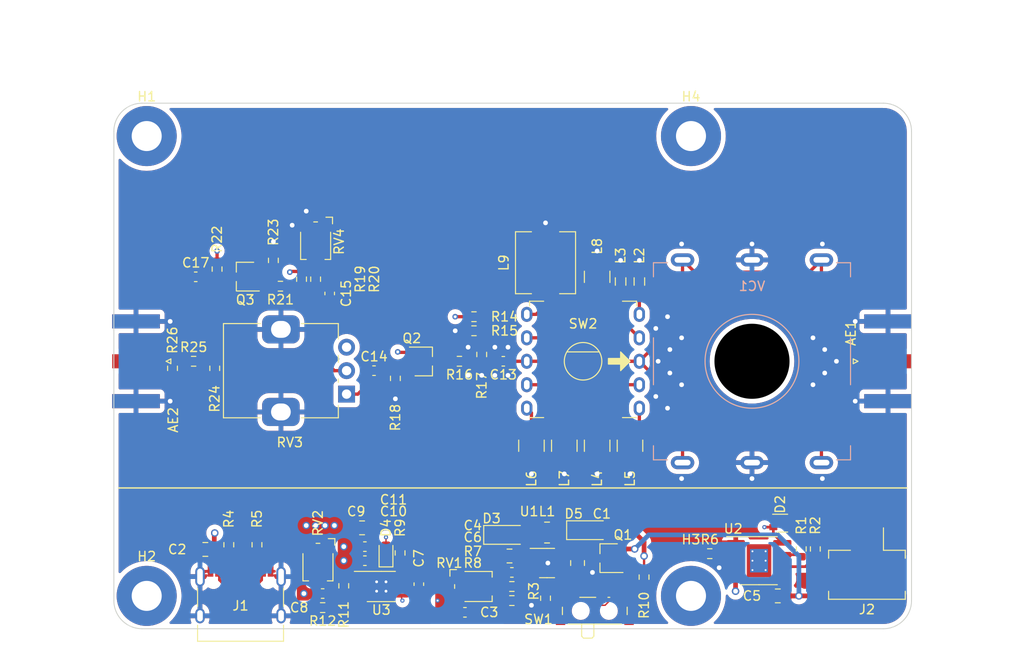
<source format=kicad_pcb>
(kicad_pcb (version 20211014) (generator pcbnew)

  (general
    (thickness 4.69)
  )

  (paper "A4")
  (title_block
    (title "HFAmp")
    (date "2022-11-13")
    (rev "A0")
    (company "imi415")
  )

  (layers
    (0 "F.Cu" signal)
    (1 "In1.Cu" signal)
    (2 "In2.Cu" signal)
    (31 "B.Cu" signal)
    (32 "B.Adhes" user "B.Adhesive")
    (33 "F.Adhes" user "F.Adhesive")
    (34 "B.Paste" user)
    (35 "F.Paste" user)
    (36 "B.SilkS" user "B.Silkscreen")
    (37 "F.SilkS" user "F.Silkscreen")
    (38 "B.Mask" user)
    (39 "F.Mask" user)
    (40 "Dwgs.User" user "User.Drawings")
    (41 "Cmts.User" user "User.Comments")
    (42 "Eco1.User" user "User.Eco1")
    (43 "Eco2.User" user "User.Eco2")
    (44 "Edge.Cuts" user)
    (45 "Margin" user)
    (46 "B.CrtYd" user "B.Courtyard")
    (47 "F.CrtYd" user "F.Courtyard")
    (48 "B.Fab" user)
    (49 "F.Fab" user)
    (50 "User.1" user)
    (51 "User.2" user)
    (52 "User.3" user)
    (53 "User.4" user)
    (54 "User.5" user)
    (55 "User.6" user)
    (56 "User.7" user)
    (57 "User.8" user)
    (58 "User.9" user)
  )

  (setup
    (stackup
      (layer "F.SilkS" (type "Top Silk Screen"))
      (layer "F.Paste" (type "Top Solder Paste"))
      (layer "F.Mask" (type "Top Solder Mask") (thickness 0.01))
      (layer "F.Cu" (type "copper") (thickness 0.035))
      (layer "dielectric 1" (type "core") (thickness 1.51) (material "FR4") (epsilon_r 4.5) (loss_tangent 0.02))
      (layer "In1.Cu" (type "copper") (thickness 0.035))
      (layer "dielectric 2" (type "prepreg") (thickness 1.51) (material "FR4") (epsilon_r 4.5) (loss_tangent 0.02))
      (layer "In2.Cu" (type "copper") (thickness 0.035))
      (layer "dielectric 3" (type "core") (thickness 1.51) (material "FR4") (epsilon_r 4.5) (loss_tangent 0.02))
      (layer "B.Cu" (type "copper") (thickness 0.035))
      (layer "B.Mask" (type "Bottom Solder Mask") (thickness 0.01))
      (layer "B.Paste" (type "Bottom Solder Paste"))
      (layer "B.SilkS" (type "Bottom Silk Screen"))
      (copper_finish "None")
      (dielectric_constraints yes)
    )
    (pad_to_mask_clearance 0)
    (aux_axis_origin 100 129)
    (pcbplotparams
      (layerselection 0x00010fc_ffffffff)
      (disableapertmacros false)
      (usegerberextensions false)
      (usegerberattributes true)
      (usegerberadvancedattributes true)
      (creategerberjobfile true)
      (svguseinch false)
      (svgprecision 6)
      (excludeedgelayer true)
      (plotframeref false)
      (viasonmask false)
      (mode 1)
      (useauxorigin false)
      (hpglpennumber 1)
      (hpglpenspeed 20)
      (hpglpendiameter 15.000000)
      (dxfpolygonmode true)
      (dxfimperialunits true)
      (dxfusepcbnewfont true)
      (psnegative false)
      (psa4output false)
      (plotreference true)
      (plotvalue true)
      (plotinvisibletext false)
      (sketchpadsonfab false)
      (subtractmaskfromsilk false)
      (outputformat 1)
      (mirror false)
      (drillshape 1)
      (scaleselection 1)
      (outputdirectory "")
    )
  )

  (net 0 "")
  (net 1 "GND")
  (net 2 "/Pre_Amp/RF_OUT")
  (net 3 "/Power_Supply/BAT_SW")
  (net 4 "VBUS")
  (net 5 "/Power_Supply/VBST")
  (net 6 "Net-(C3-Pad2)")
  (net 7 "Net-(L9-Pad1)")
  (net 8 "Net-(C8-Pad2)")
  (net 9 "Net-(C13-Pad2)")
  (net 10 "Net-(C14-Pad1)")
  (net 11 "Net-(C14-Pad2)")
  (net 12 "Net-(C15-Pad1)")
  (net 13 "Net-(C15-Pad2)")
  (net 14 "Net-(C17-Pad1)")
  (net 15 "Net-(C17-Pad2)")
  (net 16 "+BATT")
  (net 17 "Net-(D2-Pad3)")
  (net 18 "Net-(D2-Pad4)")
  (net 19 "Net-(D3-Pad2)")
  (net 20 "Net-(D4-Pad1)")
  (net 21 "Net-(J1-PadA5)")
  (net 22 "unconnected-(J1-PadA6)")
  (net 23 "unconnected-(J1-PadA7)")
  (net 24 "unconnected-(J1-PadA8)")
  (net 25 "Net-(J1-PadB5)")
  (net 26 "unconnected-(J1-PadB6)")
  (net 27 "unconnected-(J1-PadB7)")
  (net 28 "unconnected-(J1-PadB8)")
  (net 29 "Net-(Q2-Pad3)")
  (net 30 "Net-(Q3-Pad1)")
  (net 31 "Net-(Q3-Pad2)")
  (net 32 "Net-(R1-Pad2)")
  (net 33 "Net-(R2-Pad2)")
  (net 34 "Net-(R3-Pad1)")
  (net 35 "Net-(R6-Pad1)")
  (net 36 "Net-(R7-Pad1)")
  (net 37 "Net-(R11-Pad1)")
  (net 38 "Net-(R14-Pad1)")
  (net 39 "Net-(R20-Pad2)")
  (net 40 "unconnected-(RV1-Pad1)")
  (net 41 "unconnected-(RV2-Pad1)")
  (net 42 "unconnected-(RV4-Pad1)")
  (net 43 "unconnected-(SW1-Pad1)")
  (net 44 "Net-(L2-Pad1)")
  (net 45 "Net-(L3-Pad1)")
  (net 46 "Net-(L4-Pad1)")
  (net 47 "Net-(L5-Pad1)")
  (net 48 "Net-(L6-Pad1)")
  (net 49 "Net-(L7-Pad1)")
  (net 50 "Net-(L8-Pad1)")
  (net 51 "unconnected-(U2-Pad9)")
  (net 52 "unconnected-(U3-Pad3)")
  (net 53 "unconnected-(U3-Pad6)")
  (net 54 "unconnected-(U3-Pad7)")
  (net 55 "/Pre_Selector/RF_PATH")
  (net 56 "unconnected-(RV3-Pad3)")
  (net 57 "VDD")
  (net 58 "unconnected-(H1-Pad1)")
  (net 59 "unconnected-(H2-Pad1)")
  (net 60 "unconnected-(H3-Pad1)")
  (net 61 "unconnected-(H4-Pad1)")

  (footprint "Inductor_SMD:L_1210_3225Metric" (layer "F.Cu") (at 155 109.5 -90))

  (footprint "Resistor_SMD:R_0603_1608Metric" (layer "F.Cu") (at 115.25 120.05 90))

  (footprint "Capacitor_SMD:C_0805_2012Metric" (layer "F.Cu") (at 170.75 125.5 180))

  (footprint "Resistor_SMD:R_0603_1608Metric" (layer "F.Cu") (at 138.375 95.75 180))

  (footprint "Resistor_SMD:R_0603_1608Metric" (layer "F.Cu") (at 146 125.75 -90))

  (footprint "Inductor_SMD:L_0805_2012Metric" (layer "F.Cu") (at 156 92 90))

  (footprint "Capacitor_SMD:C_0603_1608Metric" (layer "F.Cu") (at 142.4125 123))

  (footprint "Capacitor_SMD:C_0805_2012Metric" (layer "F.Cu") (at 142.1625 121.25))

  (footprint "Inductor_SMD:L_1008_2520Metric" (layer "F.Cu") (at 146.1625 118.75 180))

  (footprint "Potentiometer_SMD:Potentiometer_Bourns_TC33X_Vertical" (layer "F.Cu") (at 138.4125 124.5))

  (footprint "Capacitor_SMD:C_0603_1608Metric" (layer "F.Cu") (at 108.725 91.5 180))

  (footprint "Connector_JST:JST_PH_B2B-PH-SM4-TB_1x02-1MP_P2.00mm_Vertical" (layer "F.Cu") (at 180.25 121.5 180))

  (footprint "Resistor_SMD:R_0603_1608Metric" (layer "F.Cu") (at 117 89.75 90))

  (footprint "Package_TO_SOT_SMD:TSOT-23" (layer "F.Cu") (at 152.75 121.5 180))

  (footprint "Resistor_SMD:R_0603_1608Metric" (layer "F.Cu") (at 111 90.675 -90))

  (footprint "Resistor_SMD:R_0603_1608Metric" (layer "F.Cu") (at 173.25 120.5 -90))

  (footprint "Inductor_SMD:L_1210_3225Metric" (layer "F.Cu") (at 151.5 91.5 90))

  (footprint "Resistor_SMD:R_0603_1608Metric" (layer "F.Cu") (at 124.5 124.425 -90))

  (footprint "MountingHole:MountingHole_3.2mm_M3_Pad" (layer "F.Cu") (at 103.5 125.5))

  (footprint "Resistor_SMD:R_0603_1608Metric" (layer "F.Cu") (at 121.5 91.75 90))

  (footprint "Diode_SMD:D_SOD-123" (layer "F.Cu") (at 150.5 118.5))

  (footprint "Resistor_SMD:R_0603_1608Metric" (layer "F.Cu") (at 138.375 97.25))

  (footprint "Resistor_SMD:R_0603_1608Metric" (layer "F.Cu") (at 156.5 123.5 -90))

  (footprint "Inductor_SMD:L_1210_3225Metric" (layer "F.Cu") (at 148 109.5 -90))

  (footprint "Resistor_SMD:R_0603_1608Metric" (layer "F.Cu") (at 108.5 100.5 180))

  (footprint "Capacitor_SMD:C_0805_2012Metric" (layer "F.Cu") (at 126.45 118.25))

  (footprint "Resistor_SMD:R_0603_1608Metric" (layer "F.Cu") (at 142.4125 126))

  (footprint "MountingHole:MountingHole_3.2mm_M3_Pad" (layer "F.Cu") (at 103.5 76.5))

  (footprint "Resistor_SMD:R_0603_1608Metric" (layer "F.Cu") (at 117.75 92.5 180))

  (footprint "Capacitor_SMD:C_0603_1608Metric" (layer "F.Cu") (at 141.5 100.5 180))

  (footprint "Potentiometer_THT:Potentiometer_Alps_RK09K_Single_Vertical" (layer "F.Cu") (at 124.8 104 180))

  (footprint "LED_SMD:LED_LiteOn_LTST-C19HE1WT" (layer "F.Cu") (at 171 117.75 90))

  (footprint "Connector_Coaxial:SMA_Amphenol_132289_EdgeMount" (layer "F.Cu") (at 182.5 100.5))

  (footprint "Resistor_SMD:R_0603_1608Metric" (layer "F.Cu") (at 142.4125 124.5))

  (footprint "Potentiometer_SMD:Potentiometer_Bourns_TC33X_Vertical" (layer "F.Cu") (at 121.5 87.75 -90))

  (footprint "Resistor_SMD:R_0603_1608Metric" (layer "F.Cu") (at 120 91.75 -90))

  (footprint "Resistor_SMD:R_0603_1608Metric" (layer "F.Cu") (at 122.25 126.75 180))

  (footprint "Capacitor_SMD:C_0603_1608Metric" (layer "F.Cu") (at 126.75 120.25))

  (footprint "Button_Switch_SMD:SW_SPDT_PCM12" (layer "F.Cu") (at 151.25 126.775))

  (footprint "LED_SMD:LED_0603_1608Metric" (layer "F.Cu") (at 129 120.925 90))

  (footprint "Package_TO_SOT_SMD:TSOT-23" (layer "F.Cu") (at 114 91.5 180))

  (footprint "Resistor_SMD:R_0603_1608Metric" (layer "F.Cu") (at 130 102.325 -90))

  (footprint "Capacitor_SMD:C_0603_1608Metric" (layer "F.Cu") (at 122.25 125.25))

  (footprint "Diode_SMD:D_SOD-123" (layer "F.Cu") (at 141.6625 119))

  (footprint "Package_TO_SOT_SMD:SOT-23-5" (layer "F.Cu") (at 146.1625 122))

  (footprint "Resistor_SMD:R_0603_1608Metric" (layer "F.Cu") (at 136.825 100.5 180))

  (footprint "Package_SO:SOIC-8-1EP_3.9x4.9mm_P1.27mm_EP2.62x3.51mm_ThermalVias" (layer "F.Cu") (at 168.75 121.75))

  (footprint "Inductor_SMD:L_1210_3225Metric" (layer "F.Cu") (at 151.5 109.5 -90))

  (footprint "Resistor_SMD:R_0603_1608Metric" (layer "F.Cu") (at 112.25 120.05 90))

  (footprint "Resistor_SMD:R_0603_1608Metric" (layer "F.Cu") (at 110.75 101.25 -90))

  (footprint "Resistor_SMD:R_0603_1608Metric" (layer "F.Cu") (at 130.5 120.925 90))

  (footprint "Resistor_SMD:R_0603_1608Metric" (layer "F.Cu") (at 106.25 101.25 -90))

  (footprint "Capacitor_SMD:C_0603_1608Metric" (layer "F.Cu") (at 137.4125 127.25))

  (footprint "Capacitor_SMD:C_0603_1608Metric" (layer "F.Cu") (at 132.5 124.25 -90))

  (footprint "Potentiometer_SMD:Potentiometer_Bourns_TC33X_Vertical" (layer "F.Cu") (at 121.75 122 -90))

  (footprint "Button_Switch_Local:SRBQ490100" (layer "F.Cu") (at 150 100.5))

  (footprint "Resistor_SMD:R_0603_1608Metric" (layer "F.Cu") (at 139.2 99.775 90))

  (footprint "Resistor_SMD:R_0603_1608Metric" (layer "F.Cu")
    (tedit 5F68FEEE) (tstamp d8dcbc8b-1427-44b7-bc24-fcd1e76d56e9)
    (at 174.75 120.5 -90)
    (descr "Resistor SMD 0603 (1608 Metric), square (rectangular) end terminal, IPC_7351 nominal, (Body size source: IPC-SM-782 page 72, https://www.pcb-3d.com/wordpress/wp-content/uploads/ipc-sm-782a_amendment_1_and_2.pdf), generated with kicad-footprint-generator")
    (tags "resistor")
    (property "Sheetfile" "Power_Supply.kicad_sch")
    (property "Sheetname" "Power_Supply")
    (path "/2f537b18-a967-49fd-b660-16200bbe2271/1727722f-bba9-40b9-b48c-f31f717b1017")
    (attr smd)
    (fp_text reference "R2" (at -2.5 0 90) (layer "F.SilkS")
      (effects (font (size 1 1) (thickness 0.15)))
      (tstamp 460d0ba5-e438-4c7c-92d3-dd676253c6c9)
    )
    (fp_text value "1k" (at 0 1.43 90) (layer "F.Fab")
      (effects (font (size 1 1) (thickness 0.15)))
      (tstamp 4d18bc22-6d3a-4d9b-a5d7-ff86abe3baeb)
    )
    (fp_text user "${REFERENCE}" (at 0 0 90) (layer "F.Fab")
      (effects (font (size 0.4 0.4) (thickness 0.06)))
      (tstamp 370dbece-14e6-4b40-a59d-a94c376c5c88)
    )
    (fp_line (start -0.237258 -0.5225) (end 0.237258 -0.5225) (layer "F.SilkS") (width 0.12) (tstamp 40ecf678-1a18-43db-9220-f24aa0e470ae))
    (fp_line (start -0.237258 0.5225) (end 0.237258 0.5225) (layer "F.SilkS") (width 0.12) (tstamp e8388ddd-0031-4b33-b422-bfd3c1513688))
    (fp_line (start 1.48 -0.73) (end 1.48 0.73) (layer "F.CrtYd") (width 0.05) (tstamp 0390b96a-6a13-4e28-a8b5-acf630a171df))
    (fp_line (start 1.48 0.73) (end -1.48 0.73) (layer "F.CrtYd") (width 0.05) (tstamp 190ae9ee-9a33-4de8-9710-13563e7fbb64))
    (fp_line (start -1.48 -0.73) (end 1.48 -0.73) (layer "F.CrtYd") (width 0.05) (tstamp 273f44e9-1372-4b84-a21f-bbb54a6142ad))
    (fp_line (start -1.48 0.73) (end -1.48 -0.73) (layer "F.CrtYd") (width 0.05) (tstamp ab43b4c3-fc7e-4fc4-9f12-5eb818186063))
    (fp_line (start -0.8 0.4125) (end -0.8 -0.4125) (layer "F.Fab") (width 0.1) (tstamp 23c5ff19-572e-4ed2-b05b-a5b2107d3209))
    (fp_line (start 0.8 0.4125) (end -0.8 0.4125) (layer "F.Fab") (width 0.1) (tstamp 65e19f67-1426-49dc-aa84-cc7d411ce971))
    (fp_line (start 0.8 -0.4125) (end 0.8 0.4125) (layer "F.Fab") (width 0.1) (tstamp b33ce52e-de44-446c-9d5c-02ea850f5743))
    (fp_line
... [984415 chars truncated]
</source>
